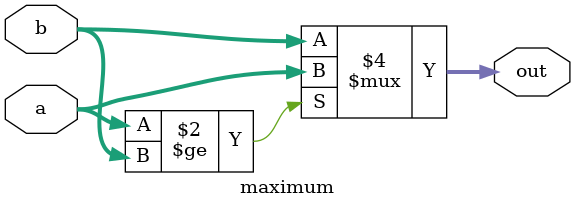
<source format=v>
`timescale 1ns / 1ps


module maximum (input wire[31:0] a, 
            input wire[31:0] b, 
            output reg [31:0] out);
            
  always @* begin
    if (a>=b)
      out = a;
    else
      out = b;
  end
endmodule

</source>
